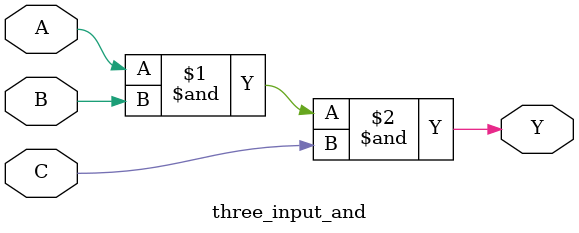
<source format=v>
module three_input_and (
  input A,
  input B,
  input C,
  output Y
);

  assign Y = A & B & C;

endmodule
</source>
